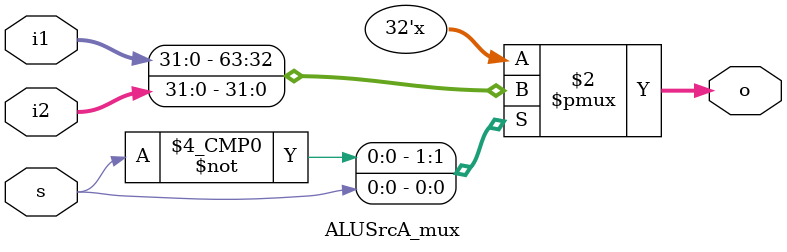
<source format=v>
`timescale 1ns / 1ps


module ALUSrcA_mux(
    input s,
    input [31:0] i1,
    input [31:0] i2,
    output reg [31:0] o
    );
    always@(*)
      begin
        case (s)
          1'b0: o = i1;
          1'b1: o = i2;
        endcase
      end
endmodule

</source>
